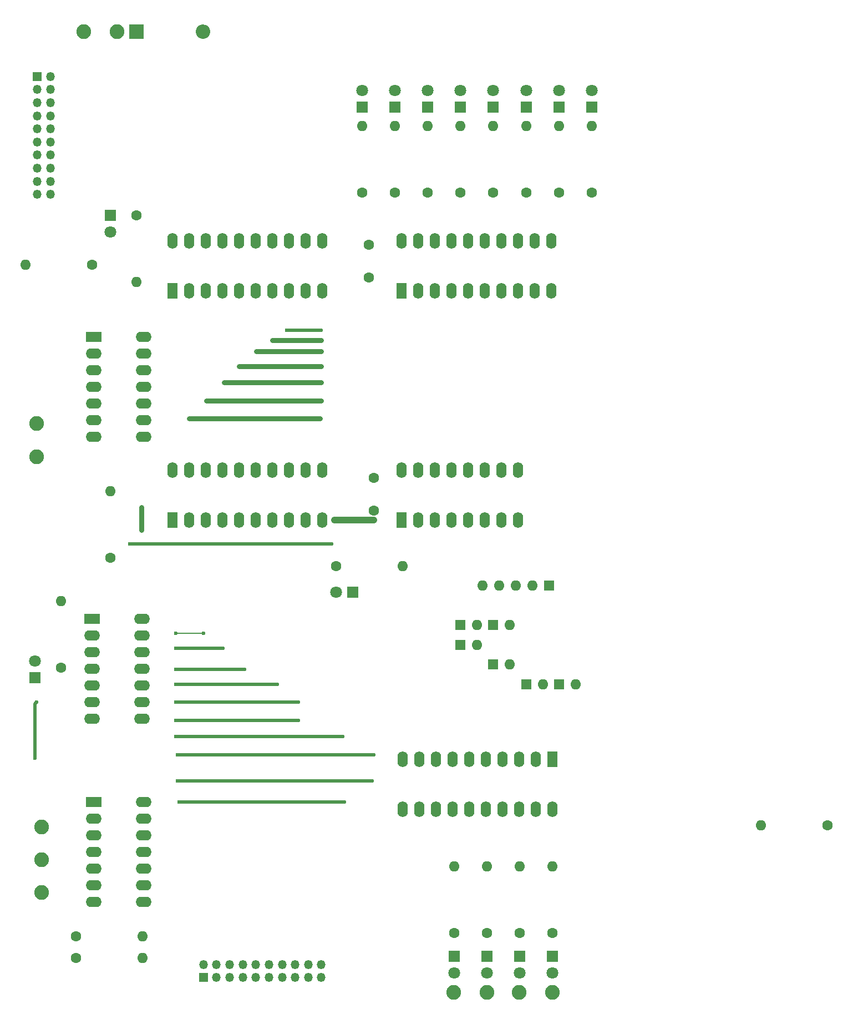
<source format=gbr>
G04 #@! TF.GenerationSoftware,KiCad,Pcbnew,no-vcs-found-bf44d39~61~ubuntu16.04.1*
G04 #@! TF.CreationDate,2018-04-25T15:46:39+02:00*
G04 #@! TF.ProjectId,Befehle,42656665686C652E6B696361645F7063,rev?*
G04 #@! TF.SameCoordinates,Original*
G04 #@! TF.FileFunction,Copper,L1,Top,Signal*
G04 #@! TF.FilePolarity,Positive*
%FSLAX46Y46*%
G04 Gerber Fmt 4.6, Leading zero omitted, Abs format (unit mm)*
G04 Created by KiCad (PCBNEW no-vcs-found-bf44d39~61~ubuntu16.04.1) date Wed Apr 25 15:46:39 2018*
%MOMM*%
%LPD*%
G01*
G04 APERTURE LIST*
%ADD10R,1.800000X1.800000*%
%ADD11C,1.800000*%
%ADD12O,1.600000X2.400000*%
%ADD13R,1.600000X2.400000*%
%ADD14R,2.400000X1.600000*%
%ADD15O,2.400000X1.600000*%
%ADD16O,1.600000X1.600000*%
%ADD17R,1.600000X1.600000*%
%ADD18C,1.600000*%
%ADD19O,2.200000X2.200000*%
%ADD20R,2.200000X2.200000*%
%ADD21O,1.350000X1.350000*%
%ADD22R,1.350000X1.350000*%
%ADD23C,2.250000*%
%ADD24C,0.600000*%
%ADD25C,0.800000*%
%ADD26C,0.500000*%
%ADD27C,1.000000*%
%ADD28C,0.200000*%
G04 APERTURE END LIST*
D10*
X25000000Y-126000000D03*
D11*
X25000000Y-123460000D03*
D10*
X89000000Y-168500000D03*
D11*
X89000000Y-171040000D03*
D10*
X75000000Y-39000000D03*
D11*
X75000000Y-36460000D03*
D10*
X80000000Y-39000000D03*
D11*
X80000000Y-36460000D03*
D10*
X94000000Y-168500000D03*
D11*
X94000000Y-171040000D03*
D10*
X85000000Y-39000000D03*
D11*
X85000000Y-36460000D03*
X90000000Y-36460000D03*
D10*
X90000000Y-39000000D03*
D11*
X95000000Y-36460000D03*
D10*
X95000000Y-39000000D03*
X100000000Y-39000000D03*
D11*
X100000000Y-36460000D03*
D10*
X105000000Y-39000000D03*
D11*
X105000000Y-36460000D03*
D10*
X110000000Y-39000000D03*
D11*
X110000000Y-36460000D03*
D12*
X81000000Y-94380000D03*
X98780000Y-102000000D03*
X83540000Y-94380000D03*
X96240000Y-102000000D03*
X86080000Y-94380000D03*
X93700000Y-102000000D03*
X88620000Y-94380000D03*
X91160000Y-102000000D03*
X91160000Y-94380000D03*
X88620000Y-102000000D03*
X93700000Y-94380000D03*
X86080000Y-102000000D03*
X96240000Y-94380000D03*
X83540000Y-102000000D03*
X98780000Y-94380000D03*
D13*
X81000000Y-102000000D03*
D14*
X33750000Y-117000000D03*
D15*
X41370000Y-132240000D03*
X33750000Y-119540000D03*
X41370000Y-129700000D03*
X33750000Y-122080000D03*
X41370000Y-127160000D03*
X33750000Y-124620000D03*
X41370000Y-124620000D03*
X33750000Y-127160000D03*
X41370000Y-122080000D03*
X33750000Y-129700000D03*
X41370000Y-119540000D03*
X33750000Y-132240000D03*
X41370000Y-117000000D03*
D14*
X34000000Y-145000000D03*
D15*
X41620000Y-160240000D03*
X34000000Y-147540000D03*
X41620000Y-157700000D03*
X34000000Y-150080000D03*
X41620000Y-155160000D03*
X34000000Y-152620000D03*
X41620000Y-152620000D03*
X34000000Y-155160000D03*
X41620000Y-150080000D03*
X34000000Y-157700000D03*
X41620000Y-147540000D03*
X34000000Y-160240000D03*
X41620000Y-145000000D03*
D13*
X81000000Y-67000000D03*
D12*
X103860000Y-59380000D03*
X83540000Y-67000000D03*
X101320000Y-59380000D03*
X86080000Y-67000000D03*
X98780000Y-59380000D03*
X88620000Y-67000000D03*
X96240000Y-59380000D03*
X91160000Y-67000000D03*
X93700000Y-59380000D03*
X93700000Y-67000000D03*
X91160000Y-59380000D03*
X96240000Y-67000000D03*
X88620000Y-59380000D03*
X98780000Y-67000000D03*
X86080000Y-59380000D03*
X101320000Y-67000000D03*
X83540000Y-59380000D03*
X103860000Y-67000000D03*
X81000000Y-59380000D03*
D13*
X46000000Y-102000000D03*
D12*
X68860000Y-94380000D03*
X48540000Y-102000000D03*
X66320000Y-94380000D03*
X51080000Y-102000000D03*
X63780000Y-94380000D03*
X53620000Y-102000000D03*
X61240000Y-94380000D03*
X56160000Y-102000000D03*
X58700000Y-94380000D03*
X58700000Y-102000000D03*
X56160000Y-94380000D03*
X61240000Y-102000000D03*
X53620000Y-94380000D03*
X63780000Y-102000000D03*
X51080000Y-94380000D03*
X66320000Y-102000000D03*
X48540000Y-94380000D03*
X68860000Y-102000000D03*
X46000000Y-94380000D03*
D13*
X46000000Y-67000000D03*
D12*
X68860000Y-59380000D03*
X48540000Y-67000000D03*
X66320000Y-59380000D03*
X51080000Y-67000000D03*
X63780000Y-59380000D03*
X53620000Y-67000000D03*
X61240000Y-59380000D03*
X56160000Y-67000000D03*
X58700000Y-59380000D03*
X58700000Y-67000000D03*
X56160000Y-59380000D03*
X61240000Y-67000000D03*
X53620000Y-59380000D03*
X63780000Y-67000000D03*
X51080000Y-59380000D03*
X66320000Y-67000000D03*
X48540000Y-59380000D03*
X68860000Y-67000000D03*
X46000000Y-59380000D03*
D14*
X34000000Y-74000000D03*
D15*
X41620000Y-89240000D03*
X34000000Y-76540000D03*
X41620000Y-86700000D03*
X34000000Y-79080000D03*
X41620000Y-84160000D03*
X34000000Y-81620000D03*
X41620000Y-81620000D03*
X34000000Y-84160000D03*
X41620000Y-79080000D03*
X34000000Y-86700000D03*
X41620000Y-76540000D03*
X34000000Y-89240000D03*
X41620000Y-74000000D03*
D10*
X36500000Y-55500000D03*
D11*
X36500000Y-58040000D03*
D10*
X73500000Y-113000000D03*
D11*
X70960000Y-113000000D03*
D10*
X99000000Y-168500000D03*
D11*
X99000000Y-171040000D03*
D10*
X104000000Y-168500000D03*
D11*
X104000000Y-171040000D03*
D16*
X93340000Y-112000000D03*
X95880000Y-112000000D03*
X98420000Y-112000000D03*
X100960000Y-112000000D03*
D17*
X103500000Y-112000000D03*
D16*
X97540000Y-118000000D03*
D17*
X95000000Y-118000000D03*
X90000000Y-121000000D03*
D16*
X92540000Y-121000000D03*
X102540000Y-127000000D03*
D17*
X100000000Y-127000000D03*
D16*
X92540000Y-118000000D03*
D17*
X90000000Y-118000000D03*
D18*
X89000000Y-165000000D03*
D16*
X89000000Y-154840000D03*
X75000000Y-41840000D03*
D18*
X75000000Y-52000000D03*
X80000000Y-52000000D03*
D16*
X80000000Y-41840000D03*
X94000000Y-154840000D03*
D18*
X94000000Y-165000000D03*
D16*
X85000000Y-41840000D03*
D18*
X85000000Y-52000000D03*
X90000000Y-52000000D03*
D16*
X90000000Y-41840000D03*
X95000000Y-41840000D03*
D18*
X95000000Y-52000000D03*
X100000000Y-52000000D03*
D16*
X100000000Y-41840000D03*
X105000000Y-41840000D03*
D18*
X105000000Y-52000000D03*
D16*
X99000000Y-154840000D03*
D18*
X99000000Y-165000000D03*
X110000000Y-52000000D03*
D16*
X110000000Y-41840000D03*
D18*
X104000000Y-165000000D03*
D16*
X104000000Y-154840000D03*
D18*
X33750000Y-63000000D03*
D16*
X23590000Y-63000000D03*
X135840000Y-148500000D03*
D18*
X146000000Y-148500000D03*
X31250000Y-165500000D03*
D16*
X41410000Y-165500000D03*
X36500000Y-97590000D03*
D18*
X36500000Y-107750000D03*
D16*
X40500000Y-65660000D03*
D18*
X40500000Y-55500000D03*
D16*
X41410000Y-168750000D03*
D18*
X31250000Y-168750000D03*
X29000000Y-124500000D03*
D16*
X29000000Y-114340000D03*
D18*
X71000000Y-109000000D03*
D16*
X81160000Y-109000000D03*
X107540000Y-127000000D03*
D17*
X105000000Y-127000000D03*
D16*
X97540000Y-124000000D03*
D17*
X95000000Y-124000000D03*
D19*
X50660000Y-27500000D03*
D20*
X40500000Y-27500000D03*
D21*
X68750000Y-169750000D03*
X68750000Y-171750000D03*
X66750000Y-169750000D03*
X66750000Y-171750000D03*
X64750000Y-169750000D03*
X64750000Y-171750000D03*
X62750000Y-169750000D03*
X62750000Y-171750000D03*
X60750000Y-169750000D03*
X60750000Y-171750000D03*
X58750000Y-169750000D03*
X58750000Y-171750000D03*
X56750000Y-169750000D03*
X56750000Y-171750000D03*
X54750000Y-169750000D03*
X54750000Y-171750000D03*
X52750000Y-169750000D03*
X52750000Y-171750000D03*
X50750000Y-169750000D03*
D22*
X50750000Y-171750000D03*
X25400000Y-34290000D03*
D21*
X27400000Y-34290000D03*
X25400000Y-36290000D03*
X27400000Y-36290000D03*
X25400000Y-38290000D03*
X27400000Y-38290000D03*
X25400000Y-40290000D03*
X27400000Y-40290000D03*
X25400000Y-42290000D03*
X27400000Y-42290000D03*
X25400000Y-44290000D03*
X27400000Y-44290000D03*
X25400000Y-46290000D03*
X27400000Y-46290000D03*
X25400000Y-48290000D03*
X27400000Y-48290000D03*
X25400000Y-50290000D03*
X27400000Y-50290000D03*
X25400000Y-52290000D03*
X27400000Y-52290000D03*
D23*
X37540000Y-27500000D03*
X32460000Y-27500000D03*
X25250000Y-87210000D03*
X25250000Y-92290000D03*
X26000000Y-153750000D03*
X26000000Y-148750000D03*
X26000000Y-158750000D03*
X98960000Y-174000000D03*
X104040000Y-174000000D03*
X94040000Y-174000000D03*
X88960000Y-174000000D03*
D12*
X104000000Y-146120000D03*
X81140000Y-138500000D03*
X101460000Y-146120000D03*
X83680000Y-138500000D03*
X98920000Y-146120000D03*
X86220000Y-138500000D03*
X96380000Y-146120000D03*
X88760000Y-138500000D03*
X93840000Y-146120000D03*
X91300000Y-138500000D03*
X91300000Y-146120000D03*
X93840000Y-138500000D03*
X88760000Y-146120000D03*
X96380000Y-138500000D03*
X86220000Y-146120000D03*
X98920000Y-138500000D03*
X83680000Y-146120000D03*
X101460000Y-138500000D03*
X81140000Y-146120000D03*
D13*
X104000000Y-138500000D03*
D18*
X76000000Y-60000000D03*
X76000000Y-65000000D03*
X76750000Y-95500000D03*
X76750000Y-100500000D03*
D24*
X68750000Y-78500000D03*
X56200000Y-78500000D03*
X68750000Y-73000000D03*
X63500000Y-73000000D03*
X68750000Y-74500000D03*
X61250000Y-74500000D03*
X58800000Y-76200000D03*
X68750000Y-76250000D03*
X68750000Y-81000000D03*
X53900000Y-81000000D03*
X46750000Y-137750000D03*
X76750000Y-137750000D03*
X68750000Y-83750000D03*
X51200000Y-83800000D03*
X68500000Y-86500000D03*
X48600000Y-86500000D03*
X76750000Y-102000000D03*
X70750000Y-102000000D03*
X72250000Y-145000000D03*
X47000000Y-145000000D03*
X41250000Y-100000000D03*
X41300000Y-103500000D03*
X46750000Y-141750000D03*
X25250000Y-129750000D03*
X25000000Y-138250000D03*
X76500000Y-141750000D03*
X57000000Y-124750000D03*
X46500000Y-124750000D03*
X70300000Y-105600000D03*
X39500000Y-105600000D03*
X46500000Y-135000000D03*
X72000000Y-135000000D03*
X65250000Y-129750000D03*
X46500000Y-129750000D03*
X53750000Y-121500000D03*
X46500000Y-121500000D03*
X62000000Y-127000000D03*
X46500000Y-127000000D03*
X46500000Y-119250000D03*
X50750000Y-119250000D03*
X65250000Y-132500000D03*
X46500000Y-132500000D03*
D25*
X56200000Y-78500000D02*
X68750000Y-78500000D01*
D26*
X68750000Y-73000000D02*
X63500000Y-73000000D01*
D25*
X68750000Y-74500000D02*
X61250000Y-74500000D01*
X68750000Y-76250000D02*
X58800000Y-76200000D01*
X68750000Y-81000000D02*
X53900000Y-81000000D01*
D26*
X46750000Y-137750000D02*
X76750000Y-137750000D01*
D25*
X68750000Y-83750000D02*
X51200000Y-83800000D01*
X68500000Y-86500000D02*
X48600000Y-86500000D01*
D27*
X70750000Y-102000000D02*
X76750000Y-102000000D01*
D26*
X47000000Y-145000000D02*
X72250000Y-145000000D01*
D25*
X41250000Y-100000000D02*
X41300000Y-103500000D01*
D26*
X25250000Y-129750000D02*
X25000000Y-130000000D01*
X25000000Y-130000000D02*
X25000000Y-138250000D01*
X46750000Y-141750000D02*
X76500000Y-141750000D01*
X57000000Y-124750000D02*
X46500000Y-124750000D01*
X39500000Y-105600000D02*
X70300000Y-105600000D01*
X46500000Y-135000000D02*
X72000000Y-135000000D01*
X46500000Y-129750000D02*
X65250000Y-129750000D01*
X46500000Y-121500000D02*
X53750000Y-121500000D01*
X46500000Y-127000000D02*
X62000000Y-127000000D01*
D28*
X46500000Y-119250000D02*
X50750000Y-119250000D01*
D26*
X46500000Y-132500000D02*
X65250000Y-132500000D01*
M02*

</source>
